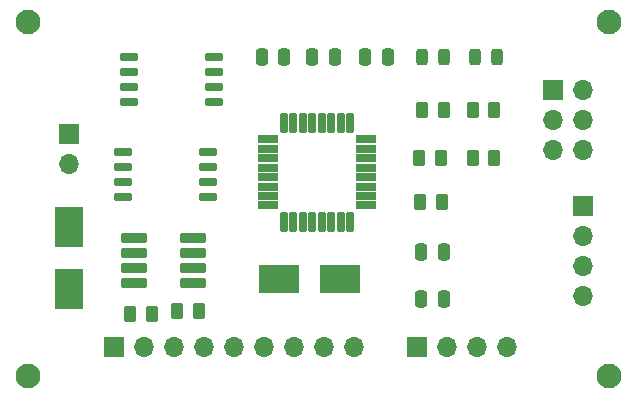
<source format=gbr>
%TF.GenerationSoftware,KiCad,Pcbnew,8.0.1*%
%TF.CreationDate,2024-05-14T10:30:11-07:00*%
%TF.ProjectId,mcu-datalogger,6d63752d-6461-4746-916c-6f676765722e,v0.1*%
%TF.SameCoordinates,Original*%
%TF.FileFunction,Soldermask,Top*%
%TF.FilePolarity,Negative*%
%FSLAX46Y46*%
G04 Gerber Fmt 4.6, Leading zero omitted, Abs format (unit mm)*
G04 Created by KiCad (PCBNEW 8.0.1) date 2024-05-14 10:30:11*
%MOMM*%
%LPD*%
G01*
G04 APERTURE LIST*
G04 Aperture macros list*
%AMRoundRect*
0 Rectangle with rounded corners*
0 $1 Rounding radius*
0 $2 $3 $4 $5 $6 $7 $8 $9 X,Y pos of 4 corners*
0 Add a 4 corners polygon primitive as box body*
4,1,4,$2,$3,$4,$5,$6,$7,$8,$9,$2,$3,0*
0 Add four circle primitives for the rounded corners*
1,1,$1+$1,$2,$3*
1,1,$1+$1,$4,$5*
1,1,$1+$1,$6,$7*
1,1,$1+$1,$8,$9*
0 Add four rect primitives between the rounded corners*
20,1,$1+$1,$2,$3,$4,$5,0*
20,1,$1+$1,$4,$5,$6,$7,0*
20,1,$1+$1,$6,$7,$8,$9,0*
20,1,$1+$1,$8,$9,$2,$3,0*%
G04 Aperture macros list end*
%ADD10C,2.100000*%
%ADD11RoundRect,0.250000X-0.262500X-0.450000X0.262500X-0.450000X0.262500X0.450000X-0.262500X0.450000X0*%
%ADD12RoundRect,0.250000X-0.250000X-0.475000X0.250000X-0.475000X0.250000X0.475000X-0.250000X0.475000X0*%
%ADD13R,1.700000X1.700000*%
%ADD14O,1.700000X1.700000*%
%ADD15RoundRect,0.250000X0.262500X0.450000X-0.262500X0.450000X-0.262500X-0.450000X0.262500X-0.450000X0*%
%ADD16RoundRect,0.243750X-0.243750X-0.456250X0.243750X-0.456250X0.243750X0.456250X-0.243750X0.456250X0*%
%ADD17RoundRect,0.052780X-0.784220X-0.324220X0.784220X-0.324220X0.784220X0.324220X-0.784220X0.324220X0*%
%ADD18RoundRect,0.135720X-0.241280X-0.701280X0.241280X-0.701280X0.241280X0.701280X-0.241280X0.701280X0*%
%ADD19R,3.500000X2.400000*%
%ADD20RoundRect,0.150000X-0.650000X-0.150000X0.650000X-0.150000X0.650000X0.150000X-0.650000X0.150000X0*%
%ADD21RoundRect,0.250000X0.250000X0.475000X-0.250000X0.475000X-0.250000X-0.475000X0.250000X-0.475000X0*%
%ADD22RoundRect,0.055580X-1.031420X-0.341420X1.031420X-0.341420X1.031420X0.341420X-1.031420X0.341420X0*%
%ADD23R,2.400000X3.500000*%
G04 APERTURE END LIST*
D10*
%TO.C,H1*%
X57750000Y-66500000D03*
%TD*%
D11*
%TO.C,R5*%
X95425000Y-74000000D03*
X97250000Y-74000000D03*
%TD*%
D12*
%TO.C,C2*%
X91100000Y-86000000D03*
X93000000Y-86000000D03*
%TD*%
D13*
%TO.C,J1*%
X104750000Y-82130000D03*
D14*
X104750000Y-84670000D03*
X104750000Y-87210000D03*
X104750000Y-89750000D03*
%TD*%
D13*
%TO.C,BT1*%
X61250000Y-76000000D03*
D14*
X61250000Y-78540000D03*
%TD*%
D15*
%TO.C,R6*%
X92825000Y-81750000D03*
X91000000Y-81750000D03*
%TD*%
D13*
%TO.C,J3*%
X65090000Y-94000000D03*
D14*
X67630000Y-94000000D03*
X70170000Y-94000000D03*
X72710000Y-94000000D03*
X75250000Y-94000000D03*
X77790000Y-94000000D03*
X80330000Y-94000000D03*
X82870000Y-94000000D03*
X85410000Y-94000000D03*
%TD*%
D15*
%TO.C,R4*%
X93000000Y-74000000D03*
X91175000Y-74000000D03*
%TD*%
D16*
%TO.C,D1*%
X95625000Y-69500000D03*
X97500000Y-69500000D03*
%TD*%
D11*
%TO.C,R7*%
X95425000Y-78000000D03*
X97250000Y-78000000D03*
%TD*%
D15*
%TO.C,R1*%
X92750000Y-78000000D03*
X90925000Y-78000000D03*
%TD*%
D13*
%TO.C,J2*%
X90750000Y-94000000D03*
D14*
X93290000Y-94000000D03*
X95830000Y-94000000D03*
X98370000Y-94000000D03*
%TD*%
D10*
%TO.C,H4*%
X57750000Y-96500000D03*
%TD*%
D13*
%TO.C,J4*%
X102210000Y-72250000D03*
D14*
X104750000Y-72250000D03*
X102210000Y-74790000D03*
X104750000Y-74790000D03*
X102210000Y-77330000D03*
X104750000Y-77330000D03*
%TD*%
D17*
%TO.C,U4*%
X78080000Y-76450000D03*
X78080000Y-77250000D03*
X78080000Y-78050000D03*
X78080000Y-78850000D03*
X78080000Y-79650000D03*
X78080000Y-80450000D03*
X78080000Y-81250000D03*
X78080000Y-82050000D03*
D18*
X79450000Y-83420000D03*
X80250000Y-83420000D03*
X81050000Y-83420000D03*
X81850000Y-83420000D03*
X82650000Y-83420000D03*
X83450000Y-83420000D03*
X84250000Y-83420000D03*
X85050000Y-83420000D03*
D17*
X86420000Y-82050000D03*
X86420000Y-81250000D03*
X86420000Y-80450000D03*
X86420000Y-79650000D03*
X86420000Y-78850000D03*
X86420000Y-78050000D03*
X86420000Y-77250000D03*
X86420000Y-76450000D03*
D18*
X85050000Y-75080000D03*
X84250000Y-75080000D03*
X83450000Y-75080000D03*
X82650000Y-75080000D03*
X81850000Y-75080000D03*
X81050000Y-75080000D03*
X80250000Y-75080000D03*
X79450000Y-75080000D03*
%TD*%
D10*
%TO.C,H3*%
X107000000Y-96500000D03*
%TD*%
%TO.C,H2*%
X107000000Y-66500000D03*
%TD*%
D19*
%TO.C,Y1*%
X79000000Y-88250000D03*
X84200000Y-88250000D03*
%TD*%
D11*
%TO.C,R2*%
X66425000Y-91250000D03*
X68250000Y-91250000D03*
%TD*%
D20*
%TO.C,U2*%
X66300000Y-69460000D03*
X66300000Y-70730000D03*
X66300000Y-72000000D03*
X66300000Y-73270000D03*
X73500000Y-73270000D03*
X73500000Y-72000000D03*
X73500000Y-70730000D03*
X73500000Y-69460000D03*
%TD*%
%TO.C,U1*%
X65800000Y-77500000D03*
X65800000Y-78770000D03*
X65800000Y-80040000D03*
X65800000Y-81310000D03*
X73000000Y-81310000D03*
X73000000Y-80040000D03*
X73000000Y-78770000D03*
X73000000Y-77500000D03*
%TD*%
D21*
%TO.C,C4*%
X93000000Y-90000000D03*
X91100000Y-90000000D03*
%TD*%
D12*
%TO.C,C1*%
X77600000Y-69500000D03*
X79500000Y-69500000D03*
%TD*%
%TO.C,C5*%
X86350000Y-69500000D03*
X88250000Y-69500000D03*
%TD*%
D22*
%TO.C,U3*%
X66775000Y-84845000D03*
X66775000Y-86115000D03*
X66775000Y-87385000D03*
X66775000Y-88655000D03*
X71725000Y-88655000D03*
X71725000Y-87385000D03*
X71725000Y-86115000D03*
X71725000Y-84845000D03*
%TD*%
D16*
%TO.C,D2*%
X91125000Y-69500000D03*
X93000000Y-69500000D03*
%TD*%
D11*
%TO.C,R3*%
X70425000Y-91000000D03*
X72250000Y-91000000D03*
%TD*%
D23*
%TO.C,Y2*%
X61250000Y-89100000D03*
X61250000Y-83900000D03*
%TD*%
D12*
%TO.C,C3*%
X81850000Y-69500000D03*
X83750000Y-69500000D03*
%TD*%
M02*

</source>
